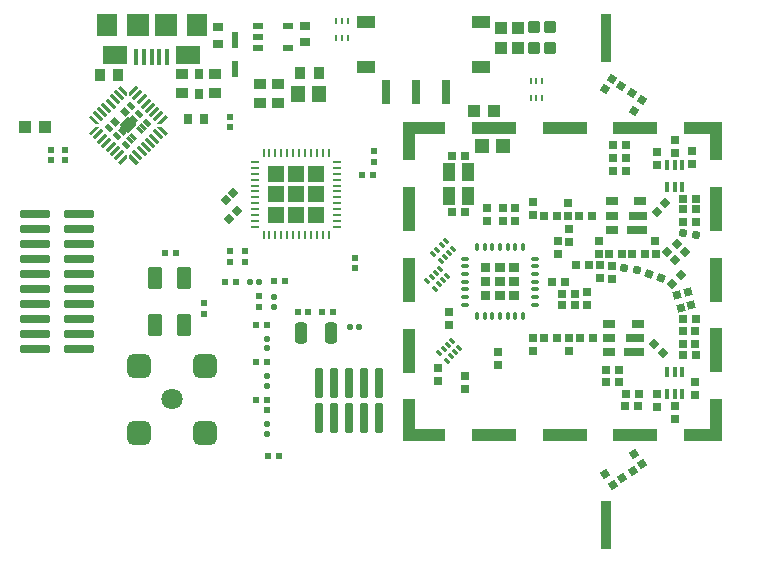
<source format=gtp>
G04 Layer_Color=8421504*
%FSLAX25Y25*%
%MOIN*%
G70*
G01*
G75*
%ADD14R,0.02559X0.02559*%
%ADD15R,0.02559X0.02559*%
G04:AMPARAMS|DCode=16|XSize=25.59mil|YSize=98.43mil|CornerRadius=1.28mil|HoleSize=0mil|Usage=FLASHONLY|Rotation=0.000|XOffset=0mil|YOffset=0mil|HoleType=Round|Shape=RoundedRectangle|*
%AMROUNDEDRECTD16*
21,1,0.02559,0.09587,0,0,0.0*
21,1,0.02303,0.09843,0,0,0.0*
1,1,0.00256,0.01152,-0.04793*
1,1,0.00256,-0.01152,-0.04793*
1,1,0.00256,-0.01152,0.04793*
1,1,0.00256,0.01152,0.04793*
%
%ADD16ROUNDEDRECTD16*%
G04:AMPARAMS|DCode=17|XSize=98.43mil|YSize=25.59mil|CornerRadius=1.28mil|HoleSize=0mil|Usage=FLASHONLY|Rotation=0.000|XOffset=0mil|YOffset=0mil|HoleType=Round|Shape=RoundedRectangle|*
%AMROUNDEDRECTD17*
21,1,0.09843,0.02303,0,0,0.0*
21,1,0.09587,0.02559,0,0,0.0*
1,1,0.00256,0.04793,-0.01152*
1,1,0.00256,-0.04793,-0.01152*
1,1,0.00256,-0.04793,0.01152*
1,1,0.00256,0.04793,0.01152*
%
%ADD17ROUNDEDRECTD17*%
G04:AMPARAMS|DCode=19|XSize=11.81mil|YSize=39.37mil|CornerRadius=0mil|HoleSize=0mil|Usage=FLASHONLY|Rotation=225.000|XOffset=0mil|YOffset=0mil|HoleType=Round|Shape=Rectangle|*
%AMROTATEDRECTD19*
4,1,4,-0.00974,0.01810,0.01810,-0.00974,0.00974,-0.01810,-0.01810,0.00974,-0.00974,0.01810,0.0*
%
%ADD19ROTATEDRECTD19*%

G04:AMPARAMS|DCode=21|XSize=11.81mil|YSize=39.37mil|CornerRadius=0mil|HoleSize=0mil|Usage=FLASHONLY|Rotation=135.000|XOffset=0mil|YOffset=0mil|HoleType=Round|Shape=Rectangle|*
%AMROTATEDRECTD21*
4,1,4,0.01810,0.00974,-0.00974,-0.01810,-0.01810,-0.00974,0.00974,0.01810,0.01810,0.00974,0.0*
%
%ADD21ROTATEDRECTD21*%

%ADD23R,0.04331X0.03937*%
%ADD24R,0.02441X0.02441*%
%ADD25P,0.03619X4X350.0*%
%ADD26P,0.03619X4X385.0*%
%ADD27P,0.03619X4X215.0*%
%ADD28P,0.03619X4X180.0*%
%ADD29P,0.03619X4X320.0*%
%ADD30P,0.03619X4X273.0*%
%ADD31P,0.03619X4X85.0*%
%ADD32R,0.03937X0.04331*%
%ADD33P,0.03619X4X190.0*%
%ADD34P,0.03619X4X100.0*%
%ADD35P,0.03452X4X180.0*%
%ADD36R,0.03543X0.03937*%
%ADD37R,0.04528X0.05709*%
%ADD38R,0.03543X0.03150*%
%ADD39R,0.07480X0.07480*%
%ADD40R,0.07087X0.07480*%
%ADD41R,0.08268X0.06299*%
%ADD42R,0.01575X0.05315*%
%ADD43R,0.02441X0.02441*%
G04:AMPARAMS|DCode=44|XSize=39.37mil|YSize=70.87mil|CornerRadius=9.84mil|HoleSize=0mil|Usage=FLASHONLY|Rotation=180.000|XOffset=0mil|YOffset=0mil|HoleType=Round|Shape=RoundedRectangle|*
%AMROUNDEDRECTD44*
21,1,0.03937,0.05118,0,0,180.0*
21,1,0.01969,0.07087,0,0,180.0*
1,1,0.01969,-0.00984,0.02559*
1,1,0.01969,0.00984,0.02559*
1,1,0.01969,0.00984,-0.02559*
1,1,0.01969,-0.00984,-0.02559*
%
%ADD44ROUNDEDRECTD44*%
G04:AMPARAMS|DCode=45|XSize=9.84mil|YSize=19.69mil|CornerRadius=0mil|HoleSize=0mil|Usage=FLASHONLY|Rotation=45.000|XOffset=0mil|YOffset=0mil|HoleType=Round|Shape=Rectangle|*
%AMROTATEDRECTD45*
4,1,4,0.00348,-0.01044,-0.01044,0.00348,-0.00348,0.01044,0.01044,-0.00348,0.00348,-0.01044,0.0*
%
%ADD45ROTATEDRECTD45*%

%ADD46R,0.04331X0.05906*%
%ADD47P,0.03619X4X150.0*%
%ADD48R,0.01575X0.03347*%
G04:AMPARAMS|DCode=49|XSize=43.31mil|YSize=25.59mil|CornerRadius=0.64mil|HoleSize=0mil|Usage=FLASHONLY|Rotation=180.000|XOffset=0mil|YOffset=0mil|HoleType=Round|Shape=RoundedRectangle|*
%AMROUNDEDRECTD49*
21,1,0.04331,0.02431,0,0,180.0*
21,1,0.04203,0.02559,0,0,180.0*
1,1,0.00128,-0.02101,0.01216*
1,1,0.00128,0.02101,0.01216*
1,1,0.00128,0.02101,-0.01216*
1,1,0.00128,-0.02101,-0.01216*
%
%ADD49ROUNDEDRECTD49*%
G04:AMPARAMS|DCode=50|XSize=59.06mil|YSize=25.59mil|CornerRadius=0.64mil|HoleSize=0mil|Usage=FLASHONLY|Rotation=180.000|XOffset=0mil|YOffset=0mil|HoleType=Round|Shape=RoundedRectangle|*
%AMROUNDEDRECTD50*
21,1,0.05906,0.02431,0,0,180.0*
21,1,0.05778,0.02559,0,0,180.0*
1,1,0.00128,-0.02889,0.01216*
1,1,0.00128,0.02889,0.01216*
1,1,0.00128,0.02889,-0.01216*
1,1,0.00128,-0.02889,-0.01216*
%
%ADD50ROUNDEDRECTD50*%
G04:AMPARAMS|DCode=51|XSize=66.93mil|YSize=25.59mil|CornerRadius=0.64mil|HoleSize=0mil|Usage=FLASHONLY|Rotation=180.000|XOffset=0mil|YOffset=0mil|HoleType=Round|Shape=RoundedRectangle|*
%AMROUNDEDRECTD51*
21,1,0.06693,0.02431,0,0,180.0*
21,1,0.06565,0.02559,0,0,180.0*
1,1,0.00128,-0.03283,0.01216*
1,1,0.00128,0.03283,0.01216*
1,1,0.00128,0.03283,-0.01216*
1,1,0.00128,-0.03283,-0.01216*
%
%ADD51ROUNDEDRECTD51*%
G04:AMPARAMS|DCode=52|XSize=35.43mil|YSize=157.48mil|CornerRadius=1.77mil|HoleSize=0mil|Usage=FLASHONLY|Rotation=180.000|XOffset=0mil|YOffset=0mil|HoleType=Round|Shape=RoundedRectangle|*
%AMROUNDEDRECTD52*
21,1,0.03543,0.15394,0,0,180.0*
21,1,0.03189,0.15748,0,0,180.0*
1,1,0.00354,-0.01595,0.07697*
1,1,0.00354,0.01595,0.07697*
1,1,0.00354,0.01595,-0.07697*
1,1,0.00354,-0.01595,-0.07697*
%
%ADD52ROUNDEDRECTD52*%
%ADD53P,0.03619X4X270.0*%
%ADD54R,0.05118X0.05118*%
G04:AMPARAMS|DCode=55|XSize=21.26mil|YSize=21.65mil|CornerRadius=5.32mil|HoleSize=0mil|Usage=FLASHONLY|Rotation=180.000|XOffset=0mil|YOffset=0mil|HoleType=Round|Shape=RoundedRectangle|*
%AMROUNDEDRECTD55*
21,1,0.02126,0.01102,0,0,180.0*
21,1,0.01063,0.02165,0,0,180.0*
1,1,0.01063,-0.00532,0.00551*
1,1,0.01063,0.00532,0.00551*
1,1,0.01063,0.00532,-0.00551*
1,1,0.01063,-0.00532,-0.00551*
%
%ADD55ROUNDEDRECTD55*%
G04:AMPARAMS|DCode=56|XSize=21.26mil|YSize=21.65mil|CornerRadius=5.32mil|HoleSize=0mil|Usage=FLASHONLY|Rotation=180.000|XOffset=0mil|YOffset=0mil|HoleType=Round|Shape=RoundedRectangle|*
%AMROUNDEDRECTD56*
21,1,0.02126,0.01102,0,0,180.0*
21,1,0.01063,0.02165,0,0,180.0*
1,1,0.01063,-0.00532,0.00551*
1,1,0.01063,0.00532,0.00551*
1,1,0.01063,0.00532,-0.00551*
1,1,0.01063,-0.00532,-0.00551*
%
%ADD56ROUNDEDRECTD56*%
G04:AMPARAMS|DCode=57|XSize=21.26mil|YSize=21.65mil|CornerRadius=5.32mil|HoleSize=0mil|Usage=FLASHONLY|Rotation=90.000|XOffset=0mil|YOffset=0mil|HoleType=Round|Shape=RoundedRectangle|*
%AMROUNDEDRECTD57*
21,1,0.02126,0.01102,0,0,90.0*
21,1,0.01063,0.02165,0,0,90.0*
1,1,0.01063,0.00551,0.00532*
1,1,0.01063,0.00551,-0.00532*
1,1,0.01063,-0.00551,-0.00532*
1,1,0.01063,-0.00551,0.00532*
%
%ADD57ROUNDEDRECTD57*%
G04:AMPARAMS|DCode=58|XSize=21.26mil|YSize=21.65mil|CornerRadius=5.32mil|HoleSize=0mil|Usage=FLASHONLY|Rotation=90.000|XOffset=0mil|YOffset=0mil|HoleType=Round|Shape=RoundedRectangle|*
%AMROUNDEDRECTD58*
21,1,0.02126,0.01102,0,0,90.0*
21,1,0.01063,0.02165,0,0,90.0*
1,1,0.01063,0.00551,0.00532*
1,1,0.01063,0.00551,-0.00532*
1,1,0.01063,-0.00551,-0.00532*
1,1,0.01063,-0.00551,0.00532*
%
%ADD58ROUNDEDRECTD58*%
G04:AMPARAMS|DCode=59|XSize=70.87mil|YSize=47.24mil|CornerRadius=2.36mil|HoleSize=0mil|Usage=FLASHONLY|Rotation=90.000|XOffset=0mil|YOffset=0mil|HoleType=Round|Shape=RoundedRectangle|*
%AMROUNDEDRECTD59*
21,1,0.07087,0.04252,0,0,90.0*
21,1,0.06614,0.04724,0,0,90.0*
1,1,0.00472,0.02126,0.03307*
1,1,0.00472,0.02126,-0.03307*
1,1,0.00472,-0.02126,-0.03307*
1,1,0.00472,-0.02126,0.03307*
%
%ADD59ROUNDEDRECTD59*%
%ADD60R,0.02756X0.03740*%
%ADD61R,0.03937X0.03543*%
G04:AMPARAMS|DCode=63|XSize=29.61mil|YSize=35.43mil|CornerRadius=7.4mil|HoleSize=0mil|Usage=FLASHONLY|Rotation=180.000|XOffset=0mil|YOffset=0mil|HoleType=Round|Shape=RoundedRectangle|*
%AMROUNDEDRECTD63*
21,1,0.02961,0.02063,0,0,180.0*
21,1,0.01480,0.03543,0,0,180.0*
1,1,0.01480,-0.00740,0.01032*
1,1,0.01480,0.00740,0.01032*
1,1,0.01480,0.00740,-0.01032*
1,1,0.01480,-0.00740,-0.01032*
%
%ADD63ROUNDEDRECTD63*%
G04:AMPARAMS|DCode=64|XSize=29.61mil|YSize=35.43mil|CornerRadius=7.4mil|HoleSize=0mil|Usage=FLASHONLY|Rotation=180.000|XOffset=0mil|YOffset=0mil|HoleType=Round|Shape=RoundedRectangle|*
%AMROUNDEDRECTD64*
21,1,0.02961,0.02063,0,0,180.0*
21,1,0.01480,0.03543,0,0,180.0*
1,1,0.01480,-0.00740,0.01032*
1,1,0.01480,0.00740,0.01032*
1,1,0.01480,0.00740,-0.01032*
1,1,0.01480,-0.00740,-0.01032*
%
%ADD64ROUNDEDRECTD64*%
G04:AMPARAMS|DCode=65|XSize=39.37mil|YSize=39.37mil|CornerRadius=5.91mil|HoleSize=0mil|Usage=FLASHONLY|Rotation=180.000|XOffset=0mil|YOffset=0mil|HoleType=Round|Shape=RoundedRectangle|*
%AMROUNDEDRECTD65*
21,1,0.03937,0.02756,0,0,180.0*
21,1,0.02756,0.03937,0,0,180.0*
1,1,0.01181,-0.01378,0.01378*
1,1,0.01181,0.01378,0.01378*
1,1,0.01181,0.01378,-0.01378*
1,1,0.01181,-0.01378,-0.01378*
%
%ADD65ROUNDEDRECTD65*%
%ADD66P,0.03619X4X260.0*%
%ADD67O,0.00984X0.03150*%
%ADD68O,0.03150X0.00984*%
G04:AMPARAMS|DCode=70|XSize=39.37mil|YSize=140.55mil|CornerRadius=0.98mil|HoleSize=0mil|Usage=FLASHONLY|Rotation=270.000|XOffset=0mil|YOffset=0mil|HoleType=Round|Shape=RoundedRectangle|*
%AMROUNDEDRECTD70*
21,1,0.03937,0.13858,0,0,270.0*
21,1,0.03740,0.14055,0,0,270.0*
1,1,0.00197,-0.06929,-0.01870*
1,1,0.00197,-0.06929,0.01870*
1,1,0.00197,0.06929,0.01870*
1,1,0.00197,0.06929,-0.01870*
%
%ADD70ROUNDEDRECTD70*%
G04:AMPARAMS|DCode=71|XSize=39.37mil|YSize=140.55mil|CornerRadius=0.98mil|HoleSize=0mil|Usage=FLASHONLY|Rotation=180.000|XOffset=0mil|YOffset=0mil|HoleType=Round|Shape=RoundedRectangle|*
%AMROUNDEDRECTD71*
21,1,0.03937,0.13858,0,0,180.0*
21,1,0.03740,0.14055,0,0,180.0*
1,1,0.00197,-0.01870,0.06929*
1,1,0.00197,0.01870,0.06929*
1,1,0.00197,0.01870,-0.06929*
1,1,0.00197,-0.01870,-0.06929*
%
%ADD71ROUNDEDRECTD71*%
G04:AMPARAMS|DCode=72|XSize=39.37mil|YSize=127.56mil|CornerRadius=0.98mil|HoleSize=0mil|Usage=FLASHONLY|Rotation=180.000|XOffset=0mil|YOffset=0mil|HoleType=Round|Shape=RoundedRectangle|*
%AMROUNDEDRECTD72*
21,1,0.03937,0.12559,0,0,180.0*
21,1,0.03740,0.12756,0,0,180.0*
1,1,0.00197,-0.01870,0.06280*
1,1,0.00197,0.01870,0.06280*
1,1,0.00197,0.01870,-0.06280*
1,1,0.00197,-0.01870,-0.06280*
%
%ADD72ROUNDEDRECTD72*%
G04:AMPARAMS|DCode=73|XSize=39.37mil|YSize=127.56mil|CornerRadius=0.98mil|HoleSize=0mil|Usage=FLASHONLY|Rotation=90.000|XOffset=0mil|YOffset=0mil|HoleType=Round|Shape=RoundedRectangle|*
%AMROUNDEDRECTD73*
21,1,0.03937,0.12559,0,0,90.0*
21,1,0.03740,0.12756,0,0,90.0*
1,1,0.00197,0.06280,0.01870*
1,1,0.00197,0.06280,-0.01870*
1,1,0.00197,-0.06280,-0.01870*
1,1,0.00197,-0.06280,0.01870*
%
%ADD73ROUNDEDRECTD73*%
G04:AMPARAMS|DCode=74|XSize=39.37mil|YSize=149.61mil|CornerRadius=0.98mil|HoleSize=0mil|Usage=FLASHONLY|Rotation=90.000|XOffset=0mil|YOffset=0mil|HoleType=Round|Shape=RoundedRectangle|*
%AMROUNDEDRECTD74*
21,1,0.03937,0.14764,0,0,90.0*
21,1,0.03740,0.14961,0,0,90.0*
1,1,0.00197,0.07382,0.01870*
1,1,0.00197,0.07382,-0.01870*
1,1,0.00197,-0.07382,-0.01870*
1,1,0.00197,-0.07382,0.01870*
%
%ADD74ROUNDEDRECTD74*%
G04:AMPARAMS|DCode=75|XSize=39.37mil|YSize=149.61mil|CornerRadius=0.98mil|HoleSize=0mil|Usage=FLASHONLY|Rotation=0.000|XOffset=0mil|YOffset=0mil|HoleType=Round|Shape=RoundedRectangle|*
%AMROUNDEDRECTD75*
21,1,0.03937,0.14764,0,0,0.0*
21,1,0.03740,0.14961,0,0,0.0*
1,1,0.00197,0.01870,-0.07382*
1,1,0.00197,-0.01870,-0.07382*
1,1,0.00197,-0.01870,0.07382*
1,1,0.00197,0.01870,0.07382*
%
%ADD75ROUNDEDRECTD75*%
G04:AMPARAMS|DCode=76|XSize=78.74mil|YSize=78.74mil|CornerRadius=18.9mil|HoleSize=0mil|Usage=FLASHONLY|Rotation=180.000|XOffset=0mil|YOffset=0mil|HoleType=Round|Shape=RoundedRectangle|*
%AMROUNDEDRECTD76*
21,1,0.07874,0.04095,0,0,180.0*
21,1,0.04095,0.07874,0,0,180.0*
1,1,0.03780,-0.02047,0.02047*
1,1,0.03780,0.02047,0.02047*
1,1,0.03780,0.02047,-0.02047*
1,1,0.03780,-0.02047,-0.02047*
%
%ADD76ROUNDEDRECTD76*%
G04:AMPARAMS|DCode=77|XSize=78.74mil|YSize=78.74mil|CornerRadius=18.9mil|HoleSize=0mil|Usage=FLASHONLY|Rotation=90.000|XOffset=0mil|YOffset=0mil|HoleType=Round|Shape=RoundedRectangle|*
%AMROUNDEDRECTD77*
21,1,0.07874,0.04095,0,0,90.0*
21,1,0.04095,0.07874,0,0,90.0*
1,1,0.03780,0.02047,0.02047*
1,1,0.03780,0.02047,-0.02047*
1,1,0.03780,-0.02047,-0.02047*
1,1,0.03780,-0.02047,0.02047*
%
%ADD77ROUNDEDRECTD77*%
G04:AMPARAMS|DCode=78|XSize=78.74mil|YSize=78.74mil|CornerRadius=18.9mil|HoleSize=0mil|Usage=FLASHONLY|Rotation=90.000|XOffset=0mil|YOffset=0mil|HoleType=Round|Shape=RoundedRectangle|*
%AMROUNDEDRECTD78*
21,1,0.07874,0.04095,0,0,90.0*
21,1,0.04095,0.07874,0,0,90.0*
1,1,0.03780,0.02047,0.02047*
1,1,0.03780,0.02047,-0.02047*
1,1,0.03780,-0.02047,-0.02047*
1,1,0.03780,-0.02047,0.02047*
%
%ADD78ROUNDEDRECTD78*%
G04:AMPARAMS|DCode=79|XSize=78.74mil|YSize=78.74mil|CornerRadius=18.9mil|HoleSize=0mil|Usage=FLASHONLY|Rotation=90.000|XOffset=0mil|YOffset=0mil|HoleType=Round|Shape=RoundedRectangle|*
%AMROUNDEDRECTD79*
21,1,0.07874,0.04095,0,0,90.0*
21,1,0.04095,0.07874,0,0,90.0*
1,1,0.03780,0.02047,0.02047*
1,1,0.03780,0.02047,-0.02047*
1,1,0.03780,-0.02047,-0.02047*
1,1,0.03780,-0.02047,0.02047*
%
%ADD79ROUNDEDRECTD79*%
%ADD80C,0.07091*%
%ADD84O,0.01181X0.03150*%
%ADD85O,0.03150X0.01181*%
%ADD86R,0.06102X0.04331*%
%ADD87R,0.03150X0.07874*%
%ADD89R,0.03347X0.02362*%
%ADD90R,0.00984X0.01969*%
%ADD91R,0.01969X0.05709*%
G04:AMPARAMS|DCode=122|XSize=23.62mil|YSize=16.73mil|CornerRadius=0mil|HoleSize=0mil|Usage=FLASHONLY|Rotation=135.000|XOffset=0mil|YOffset=0mil|HoleType=Round|Shape=Rectangle|*
%AMROTATEDRECTD122*
4,1,4,0.01427,-0.00244,0.00244,-0.01427,-0.01427,0.00244,-0.00244,0.01427,0.01427,-0.00244,0.0*
%
%ADD122ROTATEDRECTD122*%

G04:AMPARAMS|DCode=123|XSize=23.62mil|YSize=11.81mil|CornerRadius=0mil|HoleSize=0mil|Usage=FLASHONLY|Rotation=135.000|XOffset=0mil|YOffset=0mil|HoleType=Round|Shape=Rectangle|*
%AMROTATEDRECTD123*
4,1,4,0.01253,-0.00418,0.00418,-0.01253,-0.01253,0.00418,-0.00418,0.01253,0.01253,-0.00418,0.0*
%
%ADD123ROTATEDRECTD123*%

%ADD124R,0.05709X0.05709*%
%ADD125P,0.05846X4X180.0*%
G36*
X189399Y-1575D02*
X186250D01*
Y1575D01*
X189399D01*
Y-1575D01*
D02*
G37*
G36*
X179950D02*
X176801D01*
Y1575D01*
X179950D01*
Y-1575D01*
D02*
G37*
G36*
X184675Y3150D02*
X181525D01*
Y6299D01*
X184675D01*
Y3150D01*
D02*
G37*
G36*
X179950D02*
X176801D01*
Y6299D01*
X179950D01*
Y3150D01*
D02*
G37*
G36*
X184675Y-6299D02*
X181525D01*
Y-3150D01*
X184675D01*
Y-6299D01*
D02*
G37*
G36*
X179950D02*
X176801D01*
Y-3150D01*
X179950D01*
Y-6299D01*
D02*
G37*
G36*
X184675Y-1575D02*
X181525D01*
Y1575D01*
X184675D01*
Y-1575D01*
D02*
G37*
G36*
X189399Y-6299D02*
X186250D01*
Y-3150D01*
X189399D01*
Y-6299D01*
D02*
G37*
G36*
Y3150D02*
X186250D01*
Y6299D01*
X189399D01*
Y3150D01*
D02*
G37*
G36*
X49596Y52796D02*
X49317Y52517D01*
X48204Y52518D01*
X45982Y54750D01*
X46807Y55575D01*
X49596Y52796D01*
D02*
G37*
G36*
X72423Y54745D02*
X70196Y52518D01*
X69083Y52517D01*
X68804Y52796D01*
X71588Y55580D01*
X72423Y54745D01*
D02*
G37*
G36*
X58782Y63096D02*
X58783Y61983D01*
X58504Y61704D01*
X55720Y64488D01*
X56555Y65324D01*
X58782Y63096D01*
D02*
G37*
G36*
X62680Y64488D02*
X59896Y61704D01*
X59618Y61983D01*
X59618Y63096D01*
X61845Y65324D01*
X62680Y64488D01*
D02*
G37*
G36*
X62680Y39712D02*
X61845Y38877D01*
X59618Y41104D01*
X59618Y42217D01*
X59896Y42496D01*
X62680Y39712D01*
D02*
G37*
G36*
X58783Y42217D02*
X58782Y41104D01*
X56555Y38876D01*
X55720Y39712D01*
X58504Y42496D01*
X58783Y42217D01*
D02*
G37*
G36*
X49596Y51404D02*
X46812Y48620D01*
X45976Y49455D01*
X48204Y51682D01*
X49317Y51683D01*
X49596Y51404D01*
D02*
G37*
G36*
X70196Y51682D02*
X72424Y49455D01*
X71588Y48620D01*
X68804Y51404D01*
X69083Y51683D01*
X70196Y51682D01*
D02*
G37*
D14*
X182500Y-23369D02*
D03*
Y-27700D02*
D03*
X212000Y-7965D02*
D03*
Y-3635D02*
D03*
X205900Y26331D02*
D03*
Y22000D02*
D03*
X241400Y-45965D02*
D03*
X241400Y-41635D02*
D03*
X241400Y47265D02*
D03*
X241400Y42935D02*
D03*
X188064Y24470D02*
D03*
Y20140D02*
D03*
X178834Y24465D02*
D03*
Y20135D02*
D03*
X166299Y-14627D02*
D03*
Y-10296D02*
D03*
X171600Y-31435D02*
D03*
Y-35765D02*
D03*
X247000Y39035D02*
D03*
Y43365D02*
D03*
X235500Y-37435D02*
D03*
Y-41765D02*
D03*
X216600Y5565D02*
D03*
Y1235D02*
D03*
X194200Y26365D02*
D03*
Y22035D02*
D03*
X194000Y-23131D02*
D03*
Y-18800D02*
D03*
X244300Y19735D02*
D03*
Y24065D02*
D03*
X248500Y24065D02*
D03*
X248500Y19735D02*
D03*
X206300Y17665D02*
D03*
Y13335D02*
D03*
X202600Y13565D02*
D03*
Y9235D02*
D03*
X216200Y13565D02*
D03*
X216200Y9235D02*
D03*
X206200Y-23131D02*
D03*
X206200Y-18800D02*
D03*
X220600Y935D02*
D03*
Y5265D02*
D03*
X244300Y-16435D02*
D03*
X244300Y-20765D02*
D03*
X248000Y-33335D02*
D03*
Y-37665D02*
D03*
X184300Y24465D02*
D03*
Y20135D02*
D03*
X235400Y43265D02*
D03*
Y38935D02*
D03*
X162400Y-33065D02*
D03*
Y-28735D02*
D03*
X248300Y-20765D02*
D03*
X248300Y-16435D02*
D03*
D15*
X225265Y45500D02*
D03*
X220935D02*
D03*
X227235Y9100D02*
D03*
X231565Y9100D02*
D03*
X223865Y9200D02*
D03*
X219535D02*
D03*
X213865Y22000D02*
D03*
X209535D02*
D03*
X212765Y5500D02*
D03*
X208435D02*
D03*
X225035Y-37600D02*
D03*
X229365D02*
D03*
X229265Y-41600D02*
D03*
X224935D02*
D03*
X225265Y41100D02*
D03*
X220935D02*
D03*
X222965Y-33500D02*
D03*
X218635D02*
D03*
X225165Y36800D02*
D03*
X220835D02*
D03*
X171560Y42023D02*
D03*
X167229D02*
D03*
X167239Y23132D02*
D03*
X171570D02*
D03*
X197835Y22000D02*
D03*
X202165D02*
D03*
X197835Y-18965D02*
D03*
X202165Y-18965D02*
D03*
X208265Y-7800D02*
D03*
X203935D02*
D03*
X208265Y-4100D02*
D03*
X203935D02*
D03*
X248565Y27500D02*
D03*
X244235Y27500D02*
D03*
X214165Y-18800D02*
D03*
X209835Y-18800D02*
D03*
X204765Y0D02*
D03*
X200435D02*
D03*
X248326Y-12606D02*
D03*
X243995D02*
D03*
X248565Y-24600D02*
D03*
X244235Y-24600D02*
D03*
X222865Y-29600D02*
D03*
X218535D02*
D03*
D16*
X122700Y-45605D02*
D03*
X127700D02*
D03*
X132700D02*
D03*
X137700D02*
D03*
X142700D02*
D03*
Y-33795D02*
D03*
X137700D02*
D03*
X132700D02*
D03*
X127700D02*
D03*
X122700D02*
D03*
D17*
X28148Y-17500D02*
D03*
X42852D02*
D03*
X28148Y-22500D02*
D03*
X42852D02*
D03*
Y-12500D02*
D03*
X28148D02*
D03*
X42852Y-7500D02*
D03*
X28148D02*
D03*
X42852Y-2500D02*
D03*
X28148D02*
D03*
X42852Y2500D02*
D03*
X28148D02*
D03*
X42852Y7500D02*
D03*
X28148D02*
D03*
X42852Y12500D02*
D03*
X28148D02*
D03*
X42852Y17500D02*
D03*
X28148D02*
D03*
X42852Y22500D02*
D03*
X28148D02*
D03*
D19*
X62262Y42078D02*
D03*
X63654Y43470D02*
D03*
X65046Y44862D02*
D03*
X66438Y46254D02*
D03*
X67830Y47646D02*
D03*
X69222Y49038D02*
D03*
X56138Y62122D02*
D03*
X54746Y60730D02*
D03*
X53354Y59338D02*
D03*
X51962Y57946D02*
D03*
X50570Y56554D02*
D03*
X49178Y55162D02*
D03*
D21*
X69222Y55162D02*
D03*
X67830Y56554D02*
D03*
X66438Y57946D02*
D03*
X65046Y59338D02*
D03*
X63654Y60730D02*
D03*
X62262Y62122D02*
D03*
X49178Y49038D02*
D03*
X50570Y47646D02*
D03*
X51962Y46254D02*
D03*
X53354Y44862D02*
D03*
X54746Y43470D02*
D03*
X56138Y42078D02*
D03*
D23*
X24654Y51500D02*
D03*
X31346D02*
D03*
X174354Y57000D02*
D03*
X181046D02*
D03*
D24*
X134800Y4428D02*
D03*
Y7972D02*
D03*
X93190Y6634D02*
D03*
Y10177D02*
D03*
X98084Y6630D02*
D03*
Y10174D02*
D03*
X102845Y-8444D02*
D03*
Y-4901D02*
D03*
X105452Y-42946D02*
D03*
Y-39403D02*
D03*
X84500Y-10672D02*
D03*
Y-7128D02*
D03*
X93000Y51428D02*
D03*
Y54972D02*
D03*
X33400Y40428D02*
D03*
Y43972D02*
D03*
X141000Y39828D02*
D03*
Y43372D02*
D03*
X38300Y40428D02*
D03*
Y43972D02*
D03*
D25*
X227958Y-57326D02*
D03*
X230442Y-60874D02*
D03*
X218258Y-64126D02*
D03*
X220742Y-67674D02*
D03*
D26*
X232665Y2641D02*
D03*
X236735Y1159D02*
D03*
D27*
X228687Y3774D02*
D03*
X224422Y4526D02*
D03*
X248332Y15424D02*
D03*
X244068Y16176D02*
D03*
D28*
X237531Y-23731D02*
D03*
X234469Y-20669D02*
D03*
D29*
X234711Y13457D02*
D03*
X235089Y9143D02*
D03*
D30*
X238249Y26309D02*
D03*
X235351Y23091D02*
D03*
D31*
X238941Y9808D02*
D03*
X242259Y12592D02*
D03*
X244659Y9892D02*
D03*
X241341Y7108D02*
D03*
D32*
X183500Y84546D02*
D03*
Y77854D02*
D03*
X189000Y84546D02*
D03*
Y77854D02*
D03*
D33*
X227174Y62858D02*
D03*
X223626Y65342D02*
D03*
D34*
X227958Y56926D02*
D03*
X230442Y60474D02*
D03*
X218043Y64096D02*
D03*
X220528Y67644D02*
D03*
D35*
X91747Y27047D02*
D03*
X94253Y29553D02*
D03*
X92847Y20947D02*
D03*
X95353Y23453D02*
D03*
D36*
X116350Y69500D02*
D03*
X122650D02*
D03*
X55950Y68700D02*
D03*
X49650D02*
D03*
D37*
X122743Y62500D02*
D03*
X115657D02*
D03*
D38*
X118000Y79744D02*
D03*
Y85256D02*
D03*
X89300Y79244D02*
D03*
Y84756D02*
D03*
D39*
X62315Y85500D02*
D03*
X71764D02*
D03*
D40*
X52079D02*
D03*
X82000D02*
D03*
D41*
X79244Y75461D02*
D03*
X54835D02*
D03*
D42*
X67039Y74968D02*
D03*
X64480D02*
D03*
X69598D02*
D03*
X72158D02*
D03*
X61921D02*
D03*
D43*
X123928Y-10100D02*
D03*
X127472D02*
D03*
X119254Y-10058D02*
D03*
X115710D02*
D03*
X101914Y-26928D02*
D03*
X105457D02*
D03*
X91504Y-1D02*
D03*
X95047D02*
D03*
X111412Y46D02*
D03*
X107868D02*
D03*
X109372Y-58000D02*
D03*
X105828D02*
D03*
X71628Y9400D02*
D03*
X75172Y9400D02*
D03*
X101911Y-14390D02*
D03*
X105454D02*
D03*
X140772Y35500D02*
D03*
X137228D02*
D03*
X105472Y-39400D02*
D03*
X101928D02*
D03*
D44*
X116961Y-17158D02*
D03*
X126803D02*
D03*
D45*
X165035Y13441D02*
D03*
X163643Y12049D02*
D03*
X162251Y10657D02*
D03*
X160859Y9265D02*
D03*
X163365Y6759D02*
D03*
X164757Y8151D02*
D03*
X166149Y9543D02*
D03*
X167541Y10935D02*
D03*
X167135Y-19659D02*
D03*
X165743Y-21051D02*
D03*
X164351Y-22443D02*
D03*
X162959Y-23835D02*
D03*
X165465Y-26341D02*
D03*
X166857Y-24949D02*
D03*
X168249Y-23557D02*
D03*
X169641Y-22165D02*
D03*
X163135Y4341D02*
D03*
X161743Y2949D02*
D03*
X160351Y1557D02*
D03*
X158959Y165D02*
D03*
X161465Y-2341D02*
D03*
X162857Y-949D02*
D03*
X164249Y443D02*
D03*
X165641Y1835D02*
D03*
D46*
X166245Y28420D02*
D03*
X172544D02*
D03*
X166245Y36688D02*
D03*
X172544D02*
D03*
D47*
X246960Y-7692D02*
D03*
X245840Y-3508D02*
D03*
X242300Y-4500D02*
D03*
X243421Y-8683D02*
D03*
D48*
X243926Y-37604D02*
D03*
X241367Y-37604D02*
D03*
X238808Y-37604D02*
D03*
X238808Y-30123D02*
D03*
X241367Y-30123D02*
D03*
X243926Y-30123D02*
D03*
X238808Y38940D02*
D03*
X241367Y38940D02*
D03*
X243926D02*
D03*
X243926Y31460D02*
D03*
X241367Y31460D02*
D03*
X238808Y31460D02*
D03*
D49*
X220376Y26724D02*
D03*
Y22000D02*
D03*
X220376Y17276D02*
D03*
X229824Y26724D02*
D03*
X219576Y-14076D02*
D03*
X219576Y-18800D02*
D03*
Y-23524D02*
D03*
X229024Y-14076D02*
D03*
D50*
X229037Y22000D02*
D03*
X228237Y-18800D02*
D03*
D51*
X228643Y17276D02*
D03*
X227843Y-23524D02*
D03*
D52*
X218600Y81300D02*
D03*
Y-81300D02*
D03*
D53*
X243631Y2231D02*
D03*
X240569Y-831D02*
D03*
D54*
X184243Y45300D02*
D03*
X177157D02*
D03*
D55*
X105455Y-19100D02*
D03*
X105455Y-31575D02*
D03*
X107869Y-5294D02*
D03*
X105452Y-47600D02*
D03*
D56*
X105455Y-22250D02*
D03*
X105455Y-34724D02*
D03*
X107869Y-8443D02*
D03*
X105452Y-50749D02*
D03*
D57*
X102843Y-133D02*
D03*
X133125Y-15300D02*
D03*
D58*
X99694Y-133D02*
D03*
X136275Y-15300D02*
D03*
D59*
X77737Y1286D02*
D03*
Y-14462D02*
D03*
X68288Y1286D02*
D03*
Y-14462D02*
D03*
D60*
X82696Y62673D02*
D03*
Y69169D02*
D03*
D61*
X77300Y69150D02*
D03*
Y62850D02*
D03*
X88100Y62850D02*
D03*
Y69150D02*
D03*
X109200Y65799D02*
D03*
Y59500D02*
D03*
X103100Y65799D02*
D03*
Y59500D02*
D03*
D63*
X84556Y54300D02*
D03*
D64*
X79044D02*
D03*
D65*
X194400Y84806D02*
D03*
Y77900D02*
D03*
X199800Y84806D02*
D03*
Y77900D02*
D03*
D66*
X227465Y-63034D02*
D03*
X223917Y-65518D02*
D03*
D67*
X104331Y15390D02*
D03*
X106299D02*
D03*
X108268D02*
D03*
X110237D02*
D03*
X112205D02*
D03*
X114174D02*
D03*
X116142D02*
D03*
X118111D02*
D03*
X120079D02*
D03*
X122048D02*
D03*
X124016D02*
D03*
X125985D02*
D03*
Y42752D02*
D03*
X124016D02*
D03*
X122048D02*
D03*
X120079D02*
D03*
X118111D02*
D03*
X116142D02*
D03*
X114174D02*
D03*
X112205D02*
D03*
X110237D02*
D03*
X108268D02*
D03*
X106299D02*
D03*
X104331D02*
D03*
D68*
X128839Y18244D02*
D03*
Y20212D02*
D03*
Y22181D02*
D03*
Y24149D02*
D03*
Y26118D02*
D03*
Y28087D02*
D03*
Y30055D02*
D03*
Y32024D02*
D03*
Y33992D02*
D03*
Y35961D02*
D03*
Y37929D02*
D03*
Y39898D02*
D03*
X101477D02*
D03*
Y37929D02*
D03*
Y35961D02*
D03*
Y33992D02*
D03*
Y32024D02*
D03*
Y30055D02*
D03*
Y28087D02*
D03*
Y26118D02*
D03*
Y24149D02*
D03*
Y22181D02*
D03*
Y20212D02*
D03*
Y18244D02*
D03*
D70*
X157903Y-51220D02*
D03*
X157869Y51212D02*
D03*
D71*
X152809Y-46145D02*
D03*
X255207Y-46137D02*
D03*
D72*
X255196Y46791D02*
D03*
X152789Y46791D02*
D03*
D73*
X250782Y51199D02*
D03*
X250788Y-51210D02*
D03*
D74*
X181023Y-51218D02*
D03*
X204653Y-51196D02*
D03*
X228268D02*
D03*
X228275Y51207D02*
D03*
X204661D02*
D03*
X181031Y51185D02*
D03*
D75*
X152791Y-23010D02*
D03*
X152800Y617D02*
D03*
X255194Y670D02*
D03*
X255175Y24348D02*
D03*
X255186Y-22957D02*
D03*
X152780Y24295D02*
D03*
D76*
X62876Y-28276D02*
D03*
D77*
Y-50324D02*
D03*
D78*
X84924Y-28276D02*
D03*
D79*
Y-50324D02*
D03*
D80*
X73900Y-39300D02*
D03*
D84*
X190777Y11614D02*
D03*
X188218D02*
D03*
X185659D02*
D03*
X183100D02*
D03*
X180541D02*
D03*
X177982D02*
D03*
X175423D02*
D03*
Y-11614D02*
D03*
X177982D02*
D03*
X180541D02*
D03*
X183100D02*
D03*
X185659D02*
D03*
X188218D02*
D03*
X190777D02*
D03*
D85*
X171486Y7677D02*
D03*
Y5118D02*
D03*
Y2559D02*
D03*
Y0D02*
D03*
Y-2559D02*
D03*
Y-5118D02*
D03*
Y-7677D02*
D03*
X194714D02*
D03*
Y-5118D02*
D03*
Y-2559D02*
D03*
Y0D02*
D03*
Y2559D02*
D03*
Y5118D02*
D03*
Y7677D02*
D03*
D86*
X138507Y71500D02*
D03*
X176893D02*
D03*
Y86500D02*
D03*
X138507D02*
D03*
D87*
X155180Y63252D02*
D03*
X165180D02*
D03*
X145180D02*
D03*
D89*
X112520Y85240D02*
D03*
Y77760D02*
D03*
X102480D02*
D03*
Y81500D02*
D03*
Y85240D02*
D03*
D90*
X197268Y61046D02*
D03*
X195300D02*
D03*
X193332D02*
D03*
Y66754D02*
D03*
X195300D02*
D03*
X197268D02*
D03*
X128431Y86954D02*
D03*
X130400D02*
D03*
X132369D02*
D03*
Y81246D02*
D03*
X130400D02*
D03*
X128431D02*
D03*
D91*
X94900Y80423D02*
D03*
Y70777D02*
D03*
D122*
X55546Y48446D02*
D03*
X58330Y45662D02*
D03*
X52762Y51230D02*
D03*
X62854Y55754D02*
D03*
X60069Y58538D02*
D03*
X65638Y52970D02*
D03*
D123*
X57112Y50012D02*
D03*
X54328Y52796D02*
D03*
X59896Y47228D02*
D03*
X61288Y54188D02*
D03*
X64072Y51404D02*
D03*
X58504Y56972D02*
D03*
X63237Y50569D02*
D03*
X57669Y56137D02*
D03*
X60453Y53353D02*
D03*
X55163Y53631D02*
D03*
X60731Y48063D02*
D03*
X57947Y50847D02*
D03*
D124*
X121949Y29071D02*
D03*
Y22181D02*
D03*
Y35960D02*
D03*
X108367Y29071D02*
D03*
Y22181D02*
D03*
Y35960D02*
D03*
X115158D02*
D03*
Y22181D02*
D03*
Y29071D02*
D03*
D125*
X59200Y52100D02*
D03*
M02*

</source>
